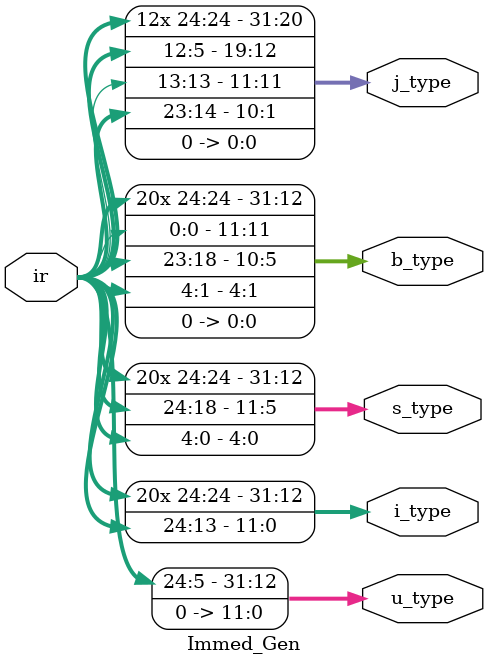
<source format=sv>
`timescale 1ns / 1ps


module Immed_Gen(
    input [31-7:7-7] ir,
    output [31:0] u_type, i_type, s_type, b_type, j_type
    );
    
    assign u_type = {ir[31-7:12-7],12'b0};
    assign i_type = {{21{ir[31-7]}},ir[30-7:20-7]};
    assign s_type = {{21{ir[31-7]}},ir[30-7:25-7],ir[11-7:7-7]};
    assign b_type = {{20{ir[31-7]}},ir[7-7],ir[30-7:25-7],ir[11-7:8-7],1'b0};
    assign j_type = {{12{ir[31-7]}},ir[19-7:12-7],ir[20-7],ir[30-7:21-7],1'b0};
    
endmodule

</source>
